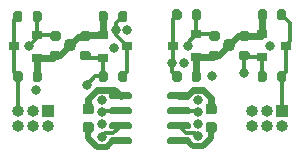
<source format=gbr>
%TF.GenerationSoftware,KiCad,Pcbnew,(5.1.10)-1*%
%TF.CreationDate,2022-01-18T16:25:09+07:00*%
%TF.ProjectId,ADuM_I2C_v3,4144754d-5f49-4324-935f-76332e6b6963,rev?*%
%TF.SameCoordinates,Original*%
%TF.FileFunction,Copper,L1,Top*%
%TF.FilePolarity,Positive*%
%FSLAX46Y46*%
G04 Gerber Fmt 4.6, Leading zero omitted, Abs format (unit mm)*
G04 Created by KiCad (PCBNEW (5.1.10)-1) date 2022-01-18 16:25:09*
%MOMM*%
%LPD*%
G01*
G04 APERTURE LIST*
%TA.AperFunction,ComponentPad*%
%ADD10O,1.000000X1.000000*%
%TD*%
%TA.AperFunction,ComponentPad*%
%ADD11R,1.000000X1.000000*%
%TD*%
%TA.AperFunction,SMDPad,CuDef*%
%ADD12R,0.900000X0.800000*%
%TD*%
%TA.AperFunction,ViaPad*%
%ADD13C,0.800000*%
%TD*%
%TA.AperFunction,ViaPad*%
%ADD14C,1.100000*%
%TD*%
%TA.AperFunction,Conductor*%
%ADD15C,0.600000*%
%TD*%
%TA.AperFunction,Conductor*%
%ADD16C,0.500000*%
%TD*%
%TA.AperFunction,Conductor*%
%ADD17C,0.300000*%
%TD*%
G04 APERTURE END LIST*
D10*
%TO.P,J1,6*%
%TO.N,GND*%
X108636000Y-97714000D03*
%TO.P,J1,5*%
%TO.N,VCC*%
X108636000Y-96444000D03*
%TO.P,J1,4*%
%TO.N,/SCL*%
X109906000Y-97714000D03*
%TO.P,J1,3*%
%TO.N,/SDA*%
X109906000Y-96444000D03*
%TO.P,J1,2*%
%TO.N,/outb*%
X111176000Y-97714000D03*
D11*
%TO.P,J1,1*%
%TO.N,/ina*%
X111176000Y-96444000D03*
%TD*%
D10*
%TO.P,J2,6*%
%TO.N,/inb*%
X88824000Y-97714000D03*
%TO.P,J2,5*%
%TO.N,/outa*%
X88824000Y-96444000D03*
%TO.P,J2,4*%
%TO.N,/SCLq*%
X90094000Y-97714000D03*
%TO.P,J2,3*%
%TO.N,/SDAq*%
X90094000Y-96444000D03*
%TO.P,J2,2*%
%TO.N,GND2*%
X91364000Y-97714000D03*
D11*
%TO.P,J2,1*%
%TO.N,VCCQ*%
X91364000Y-96444000D03*
%TD*%
%TO.P,U2,8*%
%TO.N,GND2*%
%TA.AperFunction,SMDPad,CuDef*%
G36*
G01*
X98500000Y-98834000D02*
X98500000Y-99134000D01*
G75*
G02*
X98350000Y-99284000I-150000J0D01*
G01*
X96700000Y-99284000D01*
G75*
G02*
X96550000Y-99134000I0J150000D01*
G01*
X96550000Y-98834000D01*
G75*
G02*
X96700000Y-98684000I150000J0D01*
G01*
X98350000Y-98684000D01*
G75*
G02*
X98500000Y-98834000I0J-150000D01*
G01*
G37*
%TD.AperFunction*%
%TO.P,U2,7*%
%TO.N,Net-(Q8-Pad2)*%
%TA.AperFunction,SMDPad,CuDef*%
G36*
G01*
X98500000Y-97564000D02*
X98500000Y-97864000D01*
G75*
G02*
X98350000Y-98014000I-150000J0D01*
G01*
X96700000Y-98014000D01*
G75*
G02*
X96550000Y-97864000I0J150000D01*
G01*
X96550000Y-97564000D01*
G75*
G02*
X96700000Y-97414000I150000J0D01*
G01*
X98350000Y-97414000D01*
G75*
G02*
X98500000Y-97564000I0J-150000D01*
G01*
G37*
%TD.AperFunction*%
%TO.P,U2,6*%
%TO.N,Net-(Q7-Pad2)*%
%TA.AperFunction,SMDPad,CuDef*%
G36*
G01*
X98500000Y-96294000D02*
X98500000Y-96594000D01*
G75*
G02*
X98350000Y-96744000I-150000J0D01*
G01*
X96700000Y-96744000D01*
G75*
G02*
X96550000Y-96594000I0J150000D01*
G01*
X96550000Y-96294000D01*
G75*
G02*
X96700000Y-96144000I150000J0D01*
G01*
X98350000Y-96144000D01*
G75*
G02*
X98500000Y-96294000I0J-150000D01*
G01*
G37*
%TD.AperFunction*%
%TO.P,U2,5*%
%TO.N,VCCQ*%
%TA.AperFunction,SMDPad,CuDef*%
G36*
G01*
X98500000Y-95024000D02*
X98500000Y-95324000D01*
G75*
G02*
X98350000Y-95474000I-150000J0D01*
G01*
X96700000Y-95474000D01*
G75*
G02*
X96550000Y-95324000I0J150000D01*
G01*
X96550000Y-95024000D01*
G75*
G02*
X96700000Y-94874000I150000J0D01*
G01*
X98350000Y-94874000D01*
G75*
G02*
X98500000Y-95024000I0J-150000D01*
G01*
G37*
%TD.AperFunction*%
%TO.P,U2,4*%
%TO.N,VCC*%
%TA.AperFunction,SMDPad,CuDef*%
G36*
G01*
X103450000Y-95024000D02*
X103450000Y-95324000D01*
G75*
G02*
X103300000Y-95474000I-150000J0D01*
G01*
X101650000Y-95474000D01*
G75*
G02*
X101500000Y-95324000I0J150000D01*
G01*
X101500000Y-95024000D01*
G75*
G02*
X101650000Y-94874000I150000J0D01*
G01*
X103300000Y-94874000D01*
G75*
G02*
X103450000Y-95024000I0J-150000D01*
G01*
G37*
%TD.AperFunction*%
%TO.P,U2,3*%
%TO.N,Net-(Q3-Pad2)*%
%TA.AperFunction,SMDPad,CuDef*%
G36*
G01*
X103450000Y-96294000D02*
X103450000Y-96594000D01*
G75*
G02*
X103300000Y-96744000I-150000J0D01*
G01*
X101650000Y-96744000D01*
G75*
G02*
X101500000Y-96594000I0J150000D01*
G01*
X101500000Y-96294000D01*
G75*
G02*
X101650000Y-96144000I150000J0D01*
G01*
X103300000Y-96144000D01*
G75*
G02*
X103450000Y-96294000I0J-150000D01*
G01*
G37*
%TD.AperFunction*%
%TO.P,U2,2*%
%TO.N,Net-(Q4-Pad2)*%
%TA.AperFunction,SMDPad,CuDef*%
G36*
G01*
X103450000Y-97564000D02*
X103450000Y-97864000D01*
G75*
G02*
X103300000Y-98014000I-150000J0D01*
G01*
X101650000Y-98014000D01*
G75*
G02*
X101500000Y-97864000I0J150000D01*
G01*
X101500000Y-97564000D01*
G75*
G02*
X101650000Y-97414000I150000J0D01*
G01*
X103300000Y-97414000D01*
G75*
G02*
X103450000Y-97564000I0J-150000D01*
G01*
G37*
%TD.AperFunction*%
%TO.P,U2,1*%
%TO.N,GND*%
%TA.AperFunction,SMDPad,CuDef*%
G36*
G01*
X103450000Y-98834000D02*
X103450000Y-99134000D01*
G75*
G02*
X103300000Y-99284000I-150000J0D01*
G01*
X101650000Y-99284000D01*
G75*
G02*
X101500000Y-99134000I0J150000D01*
G01*
X101500000Y-98834000D01*
G75*
G02*
X101650000Y-98684000I150000J0D01*
G01*
X103300000Y-98684000D01*
G75*
G02*
X103450000Y-98834000I0J-150000D01*
G01*
G37*
%TD.AperFunction*%
%TD*%
%TO.P,R23,1*%
%TO.N,/outa*%
%TA.AperFunction,SMDPad,CuDef*%
G36*
G01*
X88425000Y-93798000D02*
X88425000Y-93248000D01*
G75*
G02*
X88625000Y-93048000I200000J0D01*
G01*
X89025000Y-93048000D01*
G75*
G02*
X89225000Y-93248000I0J-200000D01*
G01*
X89225000Y-93798000D01*
G75*
G02*
X89025000Y-93998000I-200000J0D01*
G01*
X88625000Y-93998000D01*
G75*
G02*
X88425000Y-93798000I0J200000D01*
G01*
G37*
%TD.AperFunction*%
%TO.P,R23,2*%
%TO.N,VCCQ*%
%TA.AperFunction,SMDPad,CuDef*%
G36*
G01*
X90075000Y-93798000D02*
X90075000Y-93248000D01*
G75*
G02*
X90275000Y-93048000I200000J0D01*
G01*
X90675000Y-93048000D01*
G75*
G02*
X90875000Y-93248000I0J-200000D01*
G01*
X90875000Y-93798000D01*
G75*
G02*
X90675000Y-93998000I-200000J0D01*
G01*
X90275000Y-93998000D01*
G75*
G02*
X90075000Y-93798000I0J200000D01*
G01*
G37*
%TD.AperFunction*%
%TD*%
%TO.P,R21,2*%
%TO.N,VCCQ*%
%TA.AperFunction,SMDPad,CuDef*%
G36*
G01*
X96463000Y-88168000D02*
X96463000Y-88718000D01*
G75*
G02*
X96263000Y-88918000I-200000J0D01*
G01*
X95863000Y-88918000D01*
G75*
G02*
X95663000Y-88718000I0J200000D01*
G01*
X95663000Y-88168000D01*
G75*
G02*
X95863000Y-87968000I200000J0D01*
G01*
X96263000Y-87968000D01*
G75*
G02*
X96463000Y-88168000I0J-200000D01*
G01*
G37*
%TD.AperFunction*%
%TO.P,R21,1*%
%TO.N,/SDAq*%
%TA.AperFunction,SMDPad,CuDef*%
G36*
G01*
X98113000Y-88168000D02*
X98113000Y-88718000D01*
G75*
G02*
X97913000Y-88918000I-200000J0D01*
G01*
X97513000Y-88918000D01*
G75*
G02*
X97313000Y-88718000I0J200000D01*
G01*
X97313000Y-88168000D01*
G75*
G02*
X97513000Y-87968000I200000J0D01*
G01*
X97913000Y-87968000D01*
G75*
G02*
X98113000Y-88168000I0J-200000D01*
G01*
G37*
%TD.AperFunction*%
%TD*%
%TO.P,R19,1*%
%TO.N,/outa*%
%TA.AperFunction,SMDPad,CuDef*%
G36*
G01*
X88424000Y-88718000D02*
X88424000Y-88168000D01*
G75*
G02*
X88624000Y-87968000I200000J0D01*
G01*
X89024000Y-87968000D01*
G75*
G02*
X89224000Y-88168000I0J-200000D01*
G01*
X89224000Y-88718000D01*
G75*
G02*
X89024000Y-88918000I-200000J0D01*
G01*
X88624000Y-88918000D01*
G75*
G02*
X88424000Y-88718000I0J200000D01*
G01*
G37*
%TD.AperFunction*%
%TO.P,R19,2*%
%TO.N,Net-(Q7-Pad2)*%
%TA.AperFunction,SMDPad,CuDef*%
G36*
G01*
X90074000Y-88718000D02*
X90074000Y-88168000D01*
G75*
G02*
X90274000Y-87968000I200000J0D01*
G01*
X90674000Y-87968000D01*
G75*
G02*
X90874000Y-88168000I0J-200000D01*
G01*
X90874000Y-88718000D01*
G75*
G02*
X90674000Y-88918000I-200000J0D01*
G01*
X90274000Y-88918000D01*
G75*
G02*
X90074000Y-88718000I0J200000D01*
G01*
G37*
%TD.AperFunction*%
%TD*%
%TO.P,R17,2*%
%TO.N,Net-(Q5-Pad2)*%
%TA.AperFunction,SMDPad,CuDef*%
G36*
G01*
X96463000Y-93248000D02*
X96463000Y-93798000D01*
G75*
G02*
X96263000Y-93998000I-200000J0D01*
G01*
X95863000Y-93998000D01*
G75*
G02*
X95663000Y-93798000I0J200000D01*
G01*
X95663000Y-93248000D01*
G75*
G02*
X95863000Y-93048000I200000J0D01*
G01*
X96263000Y-93048000D01*
G75*
G02*
X96463000Y-93248000I0J-200000D01*
G01*
G37*
%TD.AperFunction*%
%TO.P,R17,1*%
%TO.N,/SDAq*%
%TA.AperFunction,SMDPad,CuDef*%
G36*
G01*
X98113000Y-93248000D02*
X98113000Y-93798000D01*
G75*
G02*
X97913000Y-93998000I-200000J0D01*
G01*
X97513000Y-93998000D01*
G75*
G02*
X97313000Y-93798000I0J200000D01*
G01*
X97313000Y-93248000D01*
G75*
G02*
X97513000Y-93048000I200000J0D01*
G01*
X97913000Y-93048000D01*
G75*
G02*
X98113000Y-93248000I0J-200000D01*
G01*
G37*
%TD.AperFunction*%
%TD*%
%TO.P,R15,1*%
%TO.N,VCCQ*%
%TA.AperFunction,SMDPad,CuDef*%
G36*
G01*
X92274000Y-92145000D02*
X91724000Y-92145000D01*
G75*
G02*
X91524000Y-91945000I0J200000D01*
G01*
X91524000Y-91545000D01*
G75*
G02*
X91724000Y-91345000I200000J0D01*
G01*
X92274000Y-91345000D01*
G75*
G02*
X92474000Y-91545000I0J-200000D01*
G01*
X92474000Y-91945000D01*
G75*
G02*
X92274000Y-92145000I-200000J0D01*
G01*
G37*
%TD.AperFunction*%
%TO.P,R15,2*%
%TO.N,Net-(Q7-Pad2)*%
%TA.AperFunction,SMDPad,CuDef*%
G36*
G01*
X92274000Y-90495000D02*
X91724000Y-90495000D01*
G75*
G02*
X91524000Y-90295000I0J200000D01*
G01*
X91524000Y-89895000D01*
G75*
G02*
X91724000Y-89695000I200000J0D01*
G01*
X92274000Y-89695000D01*
G75*
G02*
X92474000Y-89895000I0J-200000D01*
G01*
X92474000Y-90295000D01*
G75*
G02*
X92274000Y-90495000I-200000J0D01*
G01*
G37*
%TD.AperFunction*%
%TD*%
%TO.P,R13,2*%
%TO.N,Net-(Q5-Pad2)*%
%TA.AperFunction,SMDPad,CuDef*%
G36*
G01*
X94264000Y-91344000D02*
X94814000Y-91344000D01*
G75*
G02*
X95014000Y-91544000I0J-200000D01*
G01*
X95014000Y-91944000D01*
G75*
G02*
X94814000Y-92144000I-200000J0D01*
G01*
X94264000Y-92144000D01*
G75*
G02*
X94064000Y-91944000I0J200000D01*
G01*
X94064000Y-91544000D01*
G75*
G02*
X94264000Y-91344000I200000J0D01*
G01*
G37*
%TD.AperFunction*%
%TO.P,R13,1*%
%TO.N,VCCQ*%
%TA.AperFunction,SMDPad,CuDef*%
G36*
G01*
X94264000Y-89694000D02*
X94814000Y-89694000D01*
G75*
G02*
X95014000Y-89894000I0J-200000D01*
G01*
X95014000Y-90294000D01*
G75*
G02*
X94814000Y-90494000I-200000J0D01*
G01*
X94264000Y-90494000D01*
G75*
G02*
X94064000Y-90294000I0J200000D01*
G01*
X94064000Y-89894000D01*
G75*
G02*
X94264000Y-89694000I200000J0D01*
G01*
G37*
%TD.AperFunction*%
%TD*%
%TO.P,R11,2*%
%TO.N,Net-(Q3-Pad2)*%
%TA.AperFunction,SMDPad,CuDef*%
G36*
G01*
X107726000Y-91345000D02*
X108276000Y-91345000D01*
G75*
G02*
X108476000Y-91545000I0J-200000D01*
G01*
X108476000Y-91945000D01*
G75*
G02*
X108276000Y-92145000I-200000J0D01*
G01*
X107726000Y-92145000D01*
G75*
G02*
X107526000Y-91945000I0J200000D01*
G01*
X107526000Y-91545000D01*
G75*
G02*
X107726000Y-91345000I200000J0D01*
G01*
G37*
%TD.AperFunction*%
%TO.P,R11,1*%
%TO.N,VCC*%
%TA.AperFunction,SMDPad,CuDef*%
G36*
G01*
X107726000Y-89695000D02*
X108276000Y-89695000D01*
G75*
G02*
X108476000Y-89895000I0J-200000D01*
G01*
X108476000Y-90295000D01*
G75*
G02*
X108276000Y-90495000I-200000J0D01*
G01*
X107726000Y-90495000D01*
G75*
G02*
X107526000Y-90295000I0J200000D01*
G01*
X107526000Y-89895000D01*
G75*
G02*
X107726000Y-89695000I200000J0D01*
G01*
G37*
%TD.AperFunction*%
%TD*%
%TO.P,R10,2*%
%TO.N,Net-(Q2-Pad2)*%
%TA.AperFunction,SMDPad,CuDef*%
G36*
G01*
X105736000Y-90495000D02*
X105186000Y-90495000D01*
G75*
G02*
X104986000Y-90295000I0J200000D01*
G01*
X104986000Y-89895000D01*
G75*
G02*
X105186000Y-89695000I200000J0D01*
G01*
X105736000Y-89695000D01*
G75*
G02*
X105936000Y-89895000I0J-200000D01*
G01*
X105936000Y-90295000D01*
G75*
G02*
X105736000Y-90495000I-200000J0D01*
G01*
G37*
%TD.AperFunction*%
%TO.P,R10,1*%
%TO.N,VCC*%
%TA.AperFunction,SMDPad,CuDef*%
G36*
G01*
X105736000Y-92145000D02*
X105186000Y-92145000D01*
G75*
G02*
X104986000Y-91945000I0J200000D01*
G01*
X104986000Y-91545000D01*
G75*
G02*
X105186000Y-91345000I200000J0D01*
G01*
X105736000Y-91345000D01*
G75*
G02*
X105936000Y-91545000I0J-200000D01*
G01*
X105936000Y-91945000D01*
G75*
G02*
X105736000Y-92145000I-200000J0D01*
G01*
G37*
%TD.AperFunction*%
%TD*%
%TO.P,R7,2*%
%TO.N,/ina*%
%TA.AperFunction,SMDPad,CuDef*%
G36*
G01*
X110776000Y-93798000D02*
X110776000Y-93248000D01*
G75*
G02*
X110976000Y-93048000I200000J0D01*
G01*
X111376000Y-93048000D01*
G75*
G02*
X111576000Y-93248000I0J-200000D01*
G01*
X111576000Y-93798000D01*
G75*
G02*
X111376000Y-93998000I-200000J0D01*
G01*
X110976000Y-93998000D01*
G75*
G02*
X110776000Y-93798000I0J200000D01*
G01*
G37*
%TD.AperFunction*%
%TO.P,R7,1*%
%TO.N,Net-(Q3-Pad2)*%
%TA.AperFunction,SMDPad,CuDef*%
G36*
G01*
X109126000Y-93798000D02*
X109126000Y-93248000D01*
G75*
G02*
X109326000Y-93048000I200000J0D01*
G01*
X109726000Y-93048000D01*
G75*
G02*
X109926000Y-93248000I0J-200000D01*
G01*
X109926000Y-93798000D01*
G75*
G02*
X109726000Y-93998000I-200000J0D01*
G01*
X109326000Y-93998000D01*
G75*
G02*
X109126000Y-93798000I0J200000D01*
G01*
G37*
%TD.AperFunction*%
%TD*%
%TO.P,R6,2*%
%TO.N,/SCL*%
%TA.AperFunction,SMDPad,CuDef*%
G36*
G01*
X102687000Y-88041000D02*
X102687000Y-88591000D01*
G75*
G02*
X102487000Y-88791000I-200000J0D01*
G01*
X102087000Y-88791000D01*
G75*
G02*
X101887000Y-88591000I0J200000D01*
G01*
X101887000Y-88041000D01*
G75*
G02*
X102087000Y-87841000I200000J0D01*
G01*
X102487000Y-87841000D01*
G75*
G02*
X102687000Y-88041000I0J-200000D01*
G01*
G37*
%TD.AperFunction*%
%TO.P,R6,1*%
%TO.N,Net-(Q2-Pad2)*%
%TA.AperFunction,SMDPad,CuDef*%
G36*
G01*
X104337000Y-88041000D02*
X104337000Y-88591000D01*
G75*
G02*
X104137000Y-88791000I-200000J0D01*
G01*
X103737000Y-88791000D01*
G75*
G02*
X103537000Y-88591000I0J200000D01*
G01*
X103537000Y-88041000D01*
G75*
G02*
X103737000Y-87841000I200000J0D01*
G01*
X104137000Y-87841000D01*
G75*
G02*
X104337000Y-88041000I0J-200000D01*
G01*
G37*
%TD.AperFunction*%
%TD*%
%TO.P,R3,2*%
%TO.N,VCC*%
%TA.AperFunction,SMDPad,CuDef*%
G36*
G01*
X109925000Y-88041000D02*
X109925000Y-88591000D01*
G75*
G02*
X109725000Y-88791000I-200000J0D01*
G01*
X109325000Y-88791000D01*
G75*
G02*
X109125000Y-88591000I0J200000D01*
G01*
X109125000Y-88041000D01*
G75*
G02*
X109325000Y-87841000I200000J0D01*
G01*
X109725000Y-87841000D01*
G75*
G02*
X109925000Y-88041000I0J-200000D01*
G01*
G37*
%TD.AperFunction*%
%TO.P,R3,1*%
%TO.N,/ina*%
%TA.AperFunction,SMDPad,CuDef*%
G36*
G01*
X111575000Y-88041000D02*
X111575000Y-88591000D01*
G75*
G02*
X111375000Y-88791000I-200000J0D01*
G01*
X110975000Y-88791000D01*
G75*
G02*
X110775000Y-88591000I0J200000D01*
G01*
X110775000Y-88041000D01*
G75*
G02*
X110975000Y-87841000I200000J0D01*
G01*
X111375000Y-87841000D01*
G75*
G02*
X111575000Y-88041000I0J-200000D01*
G01*
G37*
%TD.AperFunction*%
%TD*%
%TO.P,R2,2*%
%TO.N,VCC*%
%TA.AperFunction,SMDPad,CuDef*%
G36*
G01*
X103537000Y-93798000D02*
X103537000Y-93248000D01*
G75*
G02*
X103737000Y-93048000I200000J0D01*
G01*
X104137000Y-93048000D01*
G75*
G02*
X104337000Y-93248000I0J-200000D01*
G01*
X104337000Y-93798000D01*
G75*
G02*
X104137000Y-93998000I-200000J0D01*
G01*
X103737000Y-93998000D01*
G75*
G02*
X103537000Y-93798000I0J200000D01*
G01*
G37*
%TD.AperFunction*%
%TO.P,R2,1*%
%TO.N,/SCL*%
%TA.AperFunction,SMDPad,CuDef*%
G36*
G01*
X101887000Y-93798000D02*
X101887000Y-93248000D01*
G75*
G02*
X102087000Y-93048000I200000J0D01*
G01*
X102487000Y-93048000D01*
G75*
G02*
X102687000Y-93248000I0J-200000D01*
G01*
X102687000Y-93798000D01*
G75*
G02*
X102487000Y-93998000I-200000J0D01*
G01*
X102087000Y-93998000D01*
G75*
G02*
X101887000Y-93798000I0J200000D01*
G01*
G37*
%TD.AperFunction*%
%TD*%
D12*
%TO.P,Q7,1*%
%TO.N,VCCQ*%
X90475000Y-91933000D03*
%TO.P,Q7,2*%
%TO.N,Net-(Q7-Pad2)*%
X90475000Y-90033000D03*
%TO.P,Q7,3*%
%TO.N,/outa*%
X88475000Y-90983000D03*
%TD*%
%TO.P,Q5,3*%
%TO.N,/SDAq*%
X98063000Y-90983000D03*
%TO.P,Q5,2*%
%TO.N,Net-(Q5-Pad2)*%
X96063000Y-91933000D03*
%TO.P,Q5,1*%
%TO.N,VCCQ*%
X96063000Y-90033000D03*
%TD*%
%TO.P,Q3,3*%
%TO.N,/ina*%
X111525000Y-90922000D03*
%TO.P,Q3,2*%
%TO.N,Net-(Q3-Pad2)*%
X109525000Y-91872000D03*
%TO.P,Q3,1*%
%TO.N,VCC*%
X109525000Y-89972000D03*
%TD*%
%TO.P,Q2,3*%
%TO.N,/SCL*%
X101937000Y-90917000D03*
%TO.P,Q2,2*%
%TO.N,Net-(Q2-Pad2)*%
X103937000Y-89967000D03*
%TO.P,Q2,1*%
%TO.N,VCC*%
X103937000Y-91867000D03*
%TD*%
%TO.P,C5,2*%
%TO.N,VCCQ*%
%TA.AperFunction,SMDPad,CuDef*%
G36*
G01*
X95043000Y-96741000D02*
X94543000Y-96741000D01*
G75*
G02*
X94318000Y-96516000I0J225000D01*
G01*
X94318000Y-96066000D01*
G75*
G02*
X94543000Y-95841000I225000J0D01*
G01*
X95043000Y-95841000D01*
G75*
G02*
X95268000Y-96066000I0J-225000D01*
G01*
X95268000Y-96516000D01*
G75*
G02*
X95043000Y-96741000I-225000J0D01*
G01*
G37*
%TD.AperFunction*%
%TO.P,C5,1*%
%TO.N,GND2*%
%TA.AperFunction,SMDPad,CuDef*%
G36*
G01*
X95043000Y-98291000D02*
X94543000Y-98291000D01*
G75*
G02*
X94318000Y-98066000I0J225000D01*
G01*
X94318000Y-97616000D01*
G75*
G02*
X94543000Y-97391000I225000J0D01*
G01*
X95043000Y-97391000D01*
G75*
G02*
X95268000Y-97616000I0J-225000D01*
G01*
X95268000Y-98066000D01*
G75*
G02*
X95043000Y-98291000I-225000J0D01*
G01*
G37*
%TD.AperFunction*%
%TD*%
%TO.P,C3,2*%
%TO.N,VCC*%
%TA.AperFunction,SMDPad,CuDef*%
G36*
G01*
X105457000Y-96741000D02*
X104957000Y-96741000D01*
G75*
G02*
X104732000Y-96516000I0J225000D01*
G01*
X104732000Y-96066000D01*
G75*
G02*
X104957000Y-95841000I225000J0D01*
G01*
X105457000Y-95841000D01*
G75*
G02*
X105682000Y-96066000I0J-225000D01*
G01*
X105682000Y-96516000D01*
G75*
G02*
X105457000Y-96741000I-225000J0D01*
G01*
G37*
%TD.AperFunction*%
%TO.P,C3,1*%
%TO.N,GND*%
%TA.AperFunction,SMDPad,CuDef*%
G36*
G01*
X105457000Y-98291000D02*
X104957000Y-98291000D01*
G75*
G02*
X104732000Y-98066000I0J225000D01*
G01*
X104732000Y-97616000D01*
G75*
G02*
X104957000Y-97391000I225000J0D01*
G01*
X105457000Y-97391000D01*
G75*
G02*
X105682000Y-97616000I0J-225000D01*
G01*
X105682000Y-98066000D01*
G75*
G02*
X105457000Y-98291000I-225000J0D01*
G01*
G37*
%TD.AperFunction*%
%TD*%
D13*
%TO.N,VCC*%
X105207000Y-96291000D03*
D14*
X106731000Y-90856000D03*
D13*
%TO.N,GND*%
X105207000Y-97841000D03*
%TO.N,VCCQ*%
X94793000Y-96291000D03*
D14*
X93269000Y-90856000D03*
D13*
%TO.N,GND2*%
X94793000Y-97841000D03*
%TO.N,/SCL*%
X101903419Y-92379953D03*
%TO.N,/SDA*%
X102902990Y-92409645D03*
%TO.N,/SCLq*%
X98110140Y-89590919D03*
%TO.N,/SDAq*%
X97110247Y-89575469D03*
%TO.N,Net-(Q1-Pad2)*%
X104064000Y-95555000D03*
X105302898Y-93523004D03*
%TO.N,Net-(Q2-Pad2)*%
X104064000Y-97587000D03*
X103241533Y-90919496D03*
%TO.N,Net-(Q3-Pad2)*%
X104064000Y-96571000D03*
X108000994Y-93269000D03*
%TO.N,Net-(Q4-Pad2)*%
X104064000Y-98603000D03*
X110214811Y-90921996D03*
%TO.N,Net-(Q5-Pad2)*%
X94654010Y-94260265D03*
X95957705Y-95561379D03*
%TO.N,Net-(Q6-Pad2)*%
X95936000Y-97587000D03*
X96952000Y-91110000D03*
%TO.N,Net-(Q7-Pad2)*%
X89784577Y-90982726D03*
X95936000Y-96571000D03*
%TO.N,Net-(Q8-Pad2)*%
X95935957Y-98632135D03*
X90348000Y-94666000D03*
%TD*%
D15*
%TO.N,VCC*%
X105207000Y-95365998D02*
X104496001Y-94654999D01*
X105207000Y-96291000D02*
X105207000Y-95365998D01*
X104496001Y-94654999D02*
X103631999Y-94654999D01*
X103112998Y-95174000D02*
X102475000Y-95174000D01*
X103631999Y-94654999D02*
X103112998Y-95174000D01*
X103937000Y-91867000D02*
X103937000Y-93523000D01*
X105339000Y-91867000D02*
X105461000Y-91745000D01*
X103937000Y-91867000D02*
X105339000Y-91867000D01*
X109525000Y-89972000D02*
X109543134Y-89953866D01*
X109543134Y-89953866D02*
X109543134Y-88334134D01*
X109543134Y-88334134D02*
X109525000Y-88316000D01*
X109525000Y-89972000D02*
X109402000Y-90095000D01*
X109402000Y-90095000D02*
X108001000Y-90095000D01*
X107492000Y-90095000D02*
X106731000Y-90856000D01*
X108001000Y-90095000D02*
X107492000Y-90095000D01*
X105842000Y-91745000D02*
X106731000Y-90856000D01*
X105461000Y-91745000D02*
X105842000Y-91745000D01*
D16*
%TO.N,GND*%
X105207000Y-98718002D02*
X105207000Y-97841000D01*
X104472001Y-99453001D02*
X105207000Y-98718002D01*
X104472001Y-99453001D02*
X103655999Y-99453001D01*
X103186998Y-98984000D02*
X102475000Y-98984000D01*
X103655999Y-99453001D02*
X103186998Y-98984000D01*
D15*
%TO.N,VCCQ*%
X94728000Y-90033000D02*
X94539000Y-90222000D01*
X96063000Y-90033000D02*
X94728000Y-90033000D01*
X96063000Y-90033000D02*
X96063000Y-88443000D01*
X91811000Y-91933000D02*
X91999000Y-91745000D01*
X90475000Y-91933000D02*
X91811000Y-91933000D01*
X90475000Y-91933000D02*
X90475000Y-93523000D01*
X93903000Y-90222000D02*
X93269000Y-90856000D01*
X94539000Y-90222000D02*
X93903000Y-90222000D01*
X92380000Y-91745000D02*
X93269000Y-90856000D01*
X91999000Y-91745000D02*
X92380000Y-91745000D01*
X97005999Y-94654999D02*
X97525000Y-95174000D01*
X95554011Y-94654999D02*
X97005999Y-94654999D01*
X94793000Y-95416010D02*
X95554011Y-94654999D01*
X94793000Y-96291000D02*
X94793000Y-95416010D01*
X94600000Y-90033000D02*
X94539000Y-90094000D01*
X96063000Y-90033000D02*
X94600000Y-90033000D01*
D16*
%TO.N,GND2*%
X95527956Y-99482136D02*
X96343958Y-99482136D01*
X94793000Y-98747180D02*
X95527956Y-99482136D01*
X94793000Y-97841000D02*
X94793000Y-98747180D01*
X96842094Y-98984000D02*
X97525000Y-98984000D01*
X96343958Y-99482136D02*
X96842094Y-98984000D01*
D17*
%TO.N,/outa*%
X88475000Y-88792000D02*
X88824000Y-88443000D01*
X88475000Y-90983000D02*
X88475000Y-88792000D01*
X88475000Y-93173000D02*
X88825000Y-93523000D01*
X88475000Y-90983000D02*
X88475000Y-93173000D01*
X88825000Y-96443000D02*
X88824000Y-96444000D01*
X88825000Y-93523000D02*
X88825000Y-96443000D01*
%TO.N,/SCL*%
X101937000Y-88666000D02*
X102287000Y-88316000D01*
X101937000Y-90917000D02*
X101937000Y-88666000D01*
X101903419Y-93139419D02*
X101903419Y-92379953D01*
X102287000Y-93523000D02*
X101903419Y-93139419D01*
X101937000Y-92346372D02*
X101903419Y-92379953D01*
X101937000Y-90917000D02*
X101937000Y-92346372D01*
%TO.N,/ina*%
X111525000Y-93174000D02*
X111176000Y-93523000D01*
X111525000Y-90922000D02*
X111525000Y-93174000D01*
X111176000Y-93523000D02*
X111176000Y-96444000D01*
X111893515Y-90553485D02*
X111893515Y-89034515D01*
X111893515Y-89034515D02*
X111175000Y-88316000D01*
X111525000Y-90922000D02*
X111893515Y-90553485D01*
%TO.N,/SDAq*%
X98063000Y-93173000D02*
X97713000Y-93523000D01*
X98063000Y-90983000D02*
X98063000Y-93173000D01*
X97713000Y-88443000D02*
X97110247Y-89045753D01*
X97110247Y-89045753D02*
X97110247Y-89575469D01*
X98063000Y-90983000D02*
X97110247Y-90030247D01*
X97110247Y-90030247D02*
X97110247Y-89575469D01*
%TO.N,Net-(Q2-Pad2)*%
X105333000Y-89967000D02*
X105461000Y-90095000D01*
X103937000Y-89967000D02*
X105333000Y-89967000D01*
X103937000Y-89967000D02*
X103937000Y-88316000D01*
X103937000Y-89967000D02*
X103241533Y-90662467D01*
X103241533Y-90662467D02*
X103241533Y-90919496D01*
%TO.N,Net-(Q3-Pad2)*%
X103937000Y-96444000D02*
X104064000Y-96571000D01*
X102475000Y-96444000D02*
X103937000Y-96444000D01*
X108128000Y-91872000D02*
X108001000Y-91745000D01*
X109525000Y-91872000D02*
X108128000Y-91872000D01*
X109525000Y-93522000D02*
X109526000Y-93523000D01*
X109525000Y-91872000D02*
X109525000Y-93522000D01*
X108000994Y-91745006D02*
X108001000Y-91745000D01*
X108000994Y-93269000D02*
X108000994Y-91745006D01*
%TO.N,Net-(Q4-Pad2)*%
X102475000Y-97714000D02*
X103094990Y-98333990D01*
X103794990Y-98333990D02*
X104064000Y-98603000D01*
X103094990Y-98333990D02*
X103794990Y-98333990D01*
%TO.N,Net-(Q5-Pad2)*%
X96063000Y-91933000D02*
X96063000Y-93523000D01*
X94600000Y-91933000D02*
X94539000Y-91872000D01*
X96063000Y-91933000D02*
X94600000Y-91933000D01*
X96063000Y-93523000D02*
X95391275Y-93523000D01*
X95391275Y-93523000D02*
X94654010Y-94260265D01*
X94728000Y-91933000D02*
X94539000Y-91744000D01*
X96063000Y-91933000D02*
X94728000Y-91933000D01*
%TO.N,Net-(Q7-Pad2)*%
X90475000Y-88444000D02*
X90474000Y-88443000D01*
X90475000Y-90033000D02*
X90475000Y-88444000D01*
X91937000Y-90033000D02*
X91999000Y-90095000D01*
X90475000Y-90033000D02*
X91937000Y-90033000D01*
X90475000Y-90292303D02*
X89784577Y-90982726D01*
X90475000Y-90033000D02*
X90475000Y-90292303D01*
X97525000Y-96444000D02*
X96063000Y-96444000D01*
X96063000Y-96444000D02*
X95936000Y-96571000D01*
%TO.N,Net-(Q8-Pad2)*%
X96905010Y-98333990D02*
X96234102Y-98333990D01*
X96234102Y-98333990D02*
X95935957Y-98632135D01*
X97525000Y-97714000D02*
X96905010Y-98333990D01*
%TD*%
M02*

</source>
